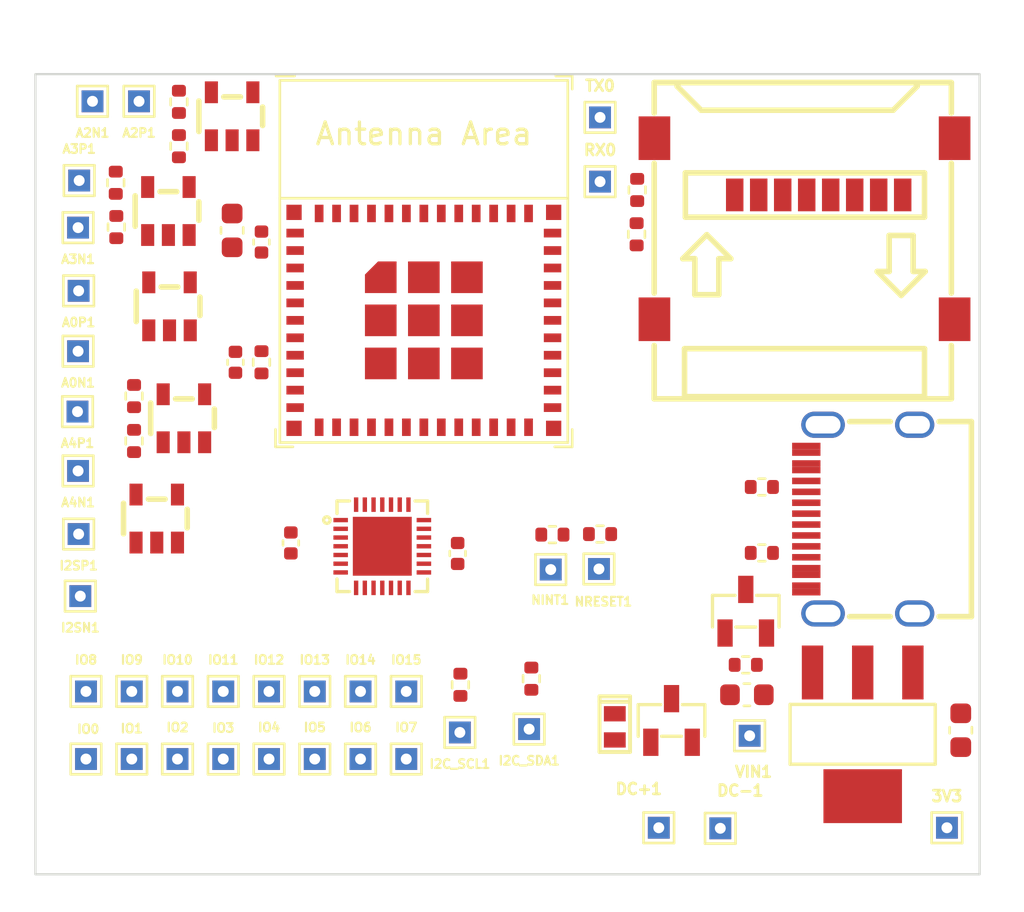
<source format=kicad_pcb>
(kicad_pcb (version 20211014) (generator pcbnew)
  (layers (0 "F.Cu" signal) (31 "B.Cu" signal) (34 "B.Paste" user) (35 "F.Paste" user) (36 "B.SilkS" user "B.Silkscreen") (37 "F.SilkS" user "F.Silkscreen") (38 "B.Mask" user) (39 "F.Mask" user) (44 "Edge.Cuts" user))
  (net 0 "")
  (net 1 "Net-(C1-Pad1)")
  (net 2 "GND")
  (net 3 "+3V3")
  (net 4 "Net-(R11-Pad2)")
  (net 5 "Net-(R12-Pad2)")
  (net 6 "Net-(R10-Pad2)")
  (net 7 "ADC1_CH0")
  (net 8 "ADC1_CH2")
  (net 9 "ADC1_CH3")
  (net 10 "ADC1_CH4")
  (net 11 "I2S")
  (net 12 "CS")
  (net 13 "DI")
  (net 14 "SCLK")
  (net 15 "DO")
  (net 16 "+5V")
  (net 17 "D+")
  (net 18 "D-")
  (net 26 "I2C_SCL")
  (net 36 "Net-(R2-Pad2)")
  (net 37 "Net-(R7-Pad2)")
  (net 38 "Net-(R1-Pad1)")
  (net 39 "Net-(C4-Pad1)")
  (net 40 "Net-(D1-Pad1)")
  (net 41 "Net-(RX0-Pad1)")
  (net 42 "Net-(TX0-Pad1)")
  (net 43 "Net-(R3-Pad1)")
  (net 44 "I2C_SDA")
  (net 45 "Net-(IO0-Pad1)")
  (net 46 "Net-(IO1-Pad1)")
  (net 47 "Net-(IO2-Pad1)")
  (net 48 "Net-(IO3-Pad1)")
  (net 49 "Net-(IO4-Pad1)")
  (net 50 "Net-(IO5-Pad1)")
  (net 51 "Net-(IO6-Pad1)")
  (net 52 "Net-(IO7-Pad1)")
  (net 53 "Net-(IO8-Pad1)")
  (net 54 "Net-(IO9-Pad1)")
  (net 55 "Net-(IO10-Pad1)")
  (net 56 "Net-(IO11-Pad1)")
  (net 57 "Net-(IO12-Pad1)")
  (net 58 "Net-(IO13-Pad1)")
  (net 59 "Net-(IO14-Pad1)")
  (net 60 "Net-(IO15-Pad1)")
  (net 61 "NRESET")
  (net 62 "NINT")
  (net 65 "Net-(A0P1-Pad1)")
  (net 66 "Net-(A2P1-Pad1)")
  (net 67 "Net-(A3P1-Pad1)")
  (net 68 "Net-(A4P1-Pad1)")
  (net 69 "Net-(I2SP1-Pad1)")
  (footprint "1_project_footprints:LM321MF" (layer "F.Cu") (at 107.873813 46.456944)
    (fp_text reference "U5" hide)
    (fp_text value "LM321MF" hide)
    (pad "1" smd rect (at -0.94996 6.180074) (size 0.599999 0.999998) (layers "F.Cu" "F.Paste" "F.Mask") (net 6 "Net-(R10-Pad2)"))
    (pad "2" smd rect (at 0 6.180074) (size 0.599999 0.999998) (layers "F.Cu" "F.Paste" "F.Mask") (net 2 "GND"))
    (pad "3" smd rect (at 0.94996 6.180074) (size 0.599999 0.999998) (layers "F.Cu" "F.Paste" "F.Mask") (net 8 "ADC1_CH2"))
    (pad "4" smd rect (at 0.94996 3.979926) (size 0.599999 0.999998) (layers "F.Cu" "F.Paste" "F.Mask") (net 8 "ADC1_CH2"))
    (pad "5" smd rect (at -0.94996 3.979926) (size 0.599999 0.999998) (layers "F.Cu" "F.Paste" "F.Mask") (net 3 "+3V3"))
  )
  (footprint "TestPoint:TestPoint_THTPad_1.0x1.0mm_Drill0.5mm" (layer "F.Cu") (at 111.662028 77.9018)
    (fp_text reference "IO13" (at 0 -1.448) (layer "F.SilkS") (effects (font (size 0.4 0.4) (thickness 0.1))))
    (fp_text value "TestPoint")
    (pad "1" thru_hole rect (at 0 0) (size 1 1) (drill 0.5) (layers *.Cu *.Mask) (net 58 "Net-(IO13-Pad1)"))
  )
  (footprint "TestPoint:TestPoint_THTPad_1.0x1.0mm_Drill0.5mm" (layer "F.Cu") (at 130.2512 84.1756)
    (fp_text reference "DC-1" (at 0.9144 -1.7272) (layer "F.SilkS") (effects (font (size 0.5 0.5) (thickness 0.125))))
    (fp_text value "TestPoint")
    (pad "1" thru_hole rect (at 0 0) (size 1 1) (drill 0.5) (layers *.Cu *.Mask) (net 2 "GND"))
  )
  (footprint "TestPoint:TestPoint_THTPad_1.0x1.0mm_Drill0.5mm" (layer "F.Cu") (at 127.4318 84.1502)
    (fp_text reference "DC+1" (at -0.9144 -1.778) (layer "F.SilkS") (effects (font (size 0.5 0.5) (thickness 0.125))))
    (fp_text value "TestPoint")
    (pad "1" thru_hole rect (at 0 0) (size 1 1) (drill 0.5) (layers *.Cu *.Mask) (net 40 "Net-(D1-Pad1)"))
  )
  (footprint "Resistor_SMD:R_0402_1005Metric" (layer "F.Cu") (at 109.22 62.8142 90)
    (fp_text reference "R4" hide)
    (fp_text value "10k")
    (pad "1" smd roundrect (at -0.51 0 90) (size 0.54 0.64) (layers "F.Cu" "F.Paste" "F.Mask") (net 3 "+3V3"))
    (pad "2" smd roundrect (at 0.51 0 90) (size 0.54 0.64) (layers "F.Cu" "F.Paste" "F.Mask") (net 1 "Net-(C1-Pad1)"))
  )
  (footprint "Capacitor_SMD:C_0402_1005Metric" (layer "F.Cu") (at 108.0262 62.8142 -90)
    (fp_text reference "C1" hide)
    (fp_text value "1uF")
    (pad "1" smd roundrect (at -0.48 0 270) (size 0.56 0.62) (layers "F.Cu" "F.Paste" "F.Mask") (net 1 "Net-(C1-Pad1)"))
    (pad "2" smd roundrect (at 0.48 0 270) (size 0.56 0.62) (layers "F.Cu" "F.Paste" "F.Mask") (net 2 "GND"))
  )
  (footprint "TestPoint:TestPoint_THTPad_1.0x1.0mm_Drill0.5mm" (layer "F.Cu") (at 107.4674 77.9018)
    (fp_text reference "IO11" (at 0 -1.448) (layer "F.SilkS") (effects (font (size 0.4 0.4) (thickness 0.1))))
    (fp_text value "TestPoint")
    (pad "1" thru_hole rect (at 0 0) (size 1 1) (drill 0.5) (layers *.Cu *.Mask) (net 56 "Net-(IO11-Pad1)"))
  )
  (footprint "TestPoint:TestPoint_THTPad_1.0x1.0mm_Drill0.5mm" (layer "F.Cu") (at 111.662028 81.0006)
    (fp_text reference "IO5" (at 0 -1.448) (layer "F.SilkS") (effects (font (size 0.4 0.4) (thickness 0.1))))
    (fp_text value "TestPoint")
    (pad "1" thru_hole rect (at 0 0) (size 1 1) (drill 0.5) (layers *.Cu *.Mask) (net 50 "Net-(IO5-Pad1)"))
  )
  (footprint "1_project_footprints:LM321MF" (layer "F.Cu") (at 105.003613 55.169144)
    (fp_text reference "U4" hide)
    (fp_text value "LM321MF" hide)
    (pad "1" smd rect (at -0.94996 6.180074) (size 0.599999 0.999998) (layers "F.Cu" "F.Paste" "F.Mask") (net 65 "Net-(A0P1-Pad1)"))
    (pad "2" smd rect (at 0 6.180074) (size 0.599999 0.999998) (layers "F.Cu" "F.Paste" "F.Mask") (net 2 "GND"))
    (pad "3" smd rect (at 0.94996 6.180074) (size 0.599999 0.999998) (layers "F.Cu" "F.Paste" "F.Mask") (net 7 "ADC1_CH0"))
    (pad "4" smd rect (at 0.94996 3.979926) (size 0.599999 0.999998) (layers "F.Cu" "F.Paste" "F.Mask") (net 7 "ADC1_CH0"))
    (pad "5" smd rect (at -0.94996 3.979926) (size 0.599999 0.999998) (layers "F.Cu" "F.Paste" "F.Mask") (net 3 "+3V3"))
  )
  (footprint "Resistor_SMD:R_0402_1005Metric" (layer "F.Cu") (at 132.1562 71.5518)
    (fp_text reference "R2" hide)
    (fp_text value "5.1k")
    (pad "1" smd roundrect (at -0.51 0) (size 0.54 0.64) (layers "F.Cu" "F.Paste" "F.Mask") (net 2 "GND"))
    (pad "2" smd roundrect (at 0.51 0) (size 0.54 0.64) (layers "F.Cu" "F.Paste" "F.Mask") (net 36 "Net-(R2-Pad2)"))
  )
  (footprint "TestPoint:TestPoint_THTPad_1.0x1.0mm_Drill0.5mm" (layer "F.Cu") (at 131.5974 79.9338)
    (fp_text reference "VIN1" (at 0.1778 1.651) (layer "F.SilkS") (effects (font (size 0.5 0.5) (thickness 0.125))))
    (fp_text value "TestPoint")
    (pad "1" thru_hole rect (at 0 0) (size 1 1) (drill 0.5) (layers *.Cu *.Mask) (net 39 "Net-(C4-Pad1)"))
  )
  (footprint "Capacitor_SMD:C_0603_1608Metric" (layer "F.Cu") (at 107.8738 56.769 90)
    (fp_text reference "C2" hide)
    (fp_text value "10uF")
    (pad "1" smd roundrect (at -0.775 0 90) (size 0.9 0.95) (layers "F.Cu" "F.Paste" "F.Mask") (net 3 "+3V3"))
    (pad "2" smd roundrect (at 0.775 0 90) (size 0.9 0.95) (layers "F.Cu" "F.Paste" "F.Mask") (net 2 "GND"))
  )
  (footprint "1_project_footprints:LM321MF" (layer "F.Cu") (at 104.419413 64.897344)
    (fp_text reference "U8" hide)
    (fp_text value "LM321MF" hide)
    (pad "1" smd rect (at -0.94996 6.180074) (size 0.599999 0.999998) (layers "F.Cu" "F.Paste" "F.Mask") (net 69 "Net-(I2SP1-Pad1)"))
    (pad "2" smd rect (at 0 6.180074) (size 0.599999 0.999998) (layers "F.Cu" "F.Paste" "F.Mask") (net 2 "GND"))
    (pad "3" smd rect (at 0.94996 6.180074) (size 0.599999 0.999998) (layers "F.Cu" "F.Paste" "F.Mask") (net 11 "I2S"))
    (pad "4" smd rect (at 0.94996 3.979926) (size 0.599999 0.999998) (layers "F.Cu" "F.Paste" "F.Mask") (net 11 "I2S"))
    (pad "5" smd rect (at -0.94996 3.979926) (size 0.599999 0.999998) (layers "F.Cu" "F.Paste" "F.Mask") (net 3 "+3V3"))
  )
  (footprint "Resistor_SMD:R_0402_1005Metric" (layer "F.Cu") (at 126.4158 56.9468 90)
    (fp_text reference "R1" hide)
    (fp_text value "10k")
    (pad "1" smd roundrect (at -0.51 0 90) (size 0.54 0.64) (layers "F.Cu" "F.Paste" "F.Mask") (net 38 "Net-(R1-Pad1)"))
    (pad "2" smd roundrect (at 0.51 0 90) (size 0.54 0.64) (layers "F.Cu" "F.Paste" "F.Mask") (net 3 "+3V3"))
  )
  (footprint "TestPoint:TestPoint_THTPad_1.0x1.0mm_Drill0.5mm" (layer "F.Cu") (at 115.856658 77.9018)
    (fp_text reference "IO15" (at 0 -1.448) (layer "F.SilkS") (effects (font (size 0.4 0.4) (thickness 0.1))))
    (fp_text value "TestPoint")
    (pad "1" thru_hole rect (at 0 0) (size 1 1) (drill 0.5) (layers *.Cu *.Mask) (net 60 "Net-(IO15-Pad1)"))
  )
  (footprint "1_project_footprints:472192001" (layer "F.Cu") (at 134.112 69.391994 180)
    (fp_text reference "SD1" hide)
    (fp_text value "472192001" hide)
    (pad "1" smd rect (at 3.200019 14.249781 180) (size 0.799998 1.499997) (layers "F.Cu" "F.Paste" "F.Mask") (net 38 "Net-(R1-Pad1)"))
    (pad "2" smd rect (at 2.099945 14.249781 180) (size 0.799998 1.499997) (layers "F.Cu" "F.Paste" "F.Mask") (net 12 "CS"))
    (pad "3" smd rect (at 0.999871 14.249781 180) (size 0.799998 1.499997) (layers "F.Cu" "F.Paste" "F.Mask") (net 13 "DI"))
    (pad "4" smd rect (at -0.099949 14.249781 180) (size 0.799998 1.499997) (layers "F.Cu" "F.Paste" "F.Mask") (net 3 "+3V3"))
    (pad "5" smd rect (at -1.200023 14.249781 180) (size 0.799998 1.499997) (layers "F.Cu" "F.Paste" "F.Mask") (net 14 "SCLK"))
    (pad "6" smd rect (at -2.300097 14.249781 180) (size 0.799998 1.499997) (layers "F.Cu" "F.Paste" "F.Mask") (net 2 "GND"))
    (pad "7" smd rect (at -3.399917 14.249781 180) (size 0.799998 1.499997) (layers "F.Cu" "F.Paste" "F.Mask") (net 15 "DO"))
    (pad "8" smd rect (at -4.499991 14.249781 180) (size 0.799998 1.499997) (layers "F.Cu" "F.Paste" "F.Mask") (net 43 "Net-(R3-Pad1)"))
    (pad "9" smd rect (at 6.879971 8.550021 180) (size 1.45001 1.999996) (layers "F.Cu" "F.Paste" "F.Mask") (net 2 "GND"))
    (pad "10" smd rect (at -6.879971 8.550021 180) (size 1.45001 1.999996) (layers "F.Cu" "F.Paste" "F.Mask") (net 2 "GND"))
    (pad "11" smd rect (at -6.879971 16.849979 180) (size 1.45001 1.999996) (layers "F.Cu" "F.Paste" "F.Mask") (net 2 "GND"))
    (pad "12" smd rect (at 6.879971 16.849979 180) (size 1.45001 1.999996) (layers "F.Cu" "F.Paste" "F.Mask") (net 2 "GND"))
  )
  (footprint "Resistor_SMD:R_0402_1005Metric" (layer "F.Cu") (at 103.378 64.3636 -90)
    (fp_text reference "R12" hide)
    (fp_text value "7.5k")
    (pad "1" smd roundrect (at -0.51 0 270) (size 0.54 0.64) (layers "F.Cu" "F.Paste" "F.Mask") (net 68 "Net-(A4P1-Pad1)"))
    (pad "2" smd roundrect (at 0.51 0 270) (size 0.54 0.64) (layers "F.Cu" "F.Paste" "F.Mask") (net 5 "Net-(R12-Pad2)"))
  )
  (footprint "TestPoint:TestPoint_THTPad_1.0x1.0mm_Drill0.5mm" (layer "F.Cu") (at 101.473 50.8508 180)
    (fp_text reference "A2N1" (at 0 -1.448) (layer "F.SilkS") (effects (font (size 0.4 0.4) (thickness 0.1))))
    (fp_text value "TestPoint")
    (pad "1" thru_hole rect (at 0 0 180) (size 1 1) (drill 0.5) (layers *.Cu *.Mask) (net 2 "GND"))
  )
  (footprint "Resistor_SMD:R_0402_1005Metric" (layer "F.Cu") (at 103.378 66.421 -90)
    (fp_text reference "R6" hide)
    (fp_text value "1k")
    (pad "1" smd roundrect (at -0.51 0 270) (size 0.54 0.64) (layers "F.Cu" "F.Paste" "F.Mask") (net 5 "Net-(R12-Pad2)"))
    (pad "2" smd roundrect (at 0.51 0 270) (size 0.54 0.64) (layers "F.Cu" "F.Paste" "F.Mask") (net 2 "GND"))
  )
  (footprint "TestPoint:TestPoint_THTPad_1.0x1.0mm_Drill0.5mm" (layer "F.Cu") (at 100.8126 56.642 180)
    (fp_text reference "A3N1" (at 0 -1.448) (layer "F.SilkS") (effects (font (size 0.4 0.4) (thickness 0.1))))
    (fp_text value "TestPoint")
    (pad "1" thru_hole rect (at 0 0 180) (size 1 1) (drill 0.5) (layers *.Cu *.Mask) (net 2 "GND"))
  )
  (footprint "TestPoint:TestPoint_THTPad_1.0x1.0mm_Drill0.5mm" (layer "F.Cu") (at 124.7394 51.5874)
    (fp_text reference "TX0" (at 0 -1.448) (layer "F.SilkS") (effects (font (size 0.5 0.5) (thickness 0.125))))
    (fp_text value "TestPoint")
    (pad "1" thru_hole rect (at 0 0) (size 1 1) (drill 0.5) (layers *.Cu *.Mask) (net 42 "Net-(TX0-Pad1)"))
  )
  (footprint "TestPoint:TestPoint_THTPad_1.0x1.0mm_Drill0.5mm" (layer "F.Cu") (at 101.175458 81.0006 180)
    (fp_text reference "IO0" (at -0.1016 1.3716) (layer "F.SilkS") (effects (font (size 0.4 0.4) (thickness 0.1))))
    (fp_text value "TestPoint")
    (pad "1" thru_hole rect (at 0 0 180) (size 1 1) (drill 0.5) (layers *.Cu *.Mask) (net 45 "Net-(IO0-Pad1)"))
  )
  (footprint "TestPoint:TestPoint_THTPad_1.0x1.0mm_Drill0.5mm" (layer "F.Cu") (at 118.3132 79.7814 180)
    (fp_text reference "I2C_SCL1" (at 0 -1.448) (layer "F.SilkS") (effects (font (size 0.4 0.4) (thickness 0.1))))
    (fp_text value "TestPoint")
    (pad "1" thru_hole rect (at 0 0 180) (size 1 1) (drill 0.5) (layers *.Cu *.Mask) (net 26 "I2C_SCL"))
  )
  (footprint "Resistor_SMD:R_0402_1005Metric" (layer "F.Cu") (at 121.5898 77.3176 90)
    (fp_text reference "R16" hide)
    (fp_text value "4.7k")
    (pad "1" smd roundrect (at -0.51 0 90) (size 0.54 0.64) (layers "F.Cu" "F.Paste" "F.Mask") (net 44 "I2C_SDA"))
    (pad "2" smd roundrect (at 0.51 0 90) (size 0.54 0.64) (layers "F.Cu" "F.Paste" "F.Mask") (net 3 "+3V3"))
  )
  (footprint "TestPoint:TestPoint_THTPad_1.0x1.0mm_Drill0.5mm" (layer "F.Cu") (at 103.272772 81.0006 90)
    (fp_text reference "IO1" (at 1.397 -0.003628) (layer "F.SilkS") (effects (font (size 0.4 0.4) (thickness 0.1))))
    (fp_text value "TestPoint")
    (pad "1" thru_hole rect (at 0 0 90) (size 1 1) (drill 0.5) (layers *.Cu *.Mask) (net 46 "Net-(IO1-Pad1)"))
  )
  (footprint "Resistor_SMD:R_0402_1005Metric" (layer "F.Cu") (at 102.5652 56.6166 -90)
    (fp_text reference "R5" hide)
    (fp_text value "1k")
    (pad "1" smd roundrect (at -0.51 0 270) (size 0.54 0.64) (layers "F.Cu" "F.Paste" "F.Mask") (net 4 "Net-(R11-Pad2)"))
    (pad "2" smd roundrect (at 0.51 0 270) (size 0.54 0.64) (layers "F.Cu" "F.Paste" "F.Mask") (net 2 "GND"))
  )
  (footprint "TestPoint:TestPoint_THTPad_1.0x1.0mm_Drill0.5mm" (layer "F.Cu") (at 100.8126 62.3062 180)
    (fp_text reference "A0N1" (at 0 -1.448) (layer "F.SilkS") (effects (font (size 0.4 0.4) (thickness 0.1))))
    (fp_text value "TestPoint")
    (pad "1" thru_hole rect (at 0 0 180) (size 1 1) (drill 0.5) (layers *.Cu *.Mask) (net 2 "GND"))
  )
  (footprint "1_espressif:ESP32-C3-MINI-1" (layer "F.Cu") (at 116.6622 58.1914)
    (fp_text reference "U1" hide)
    (fp_text value "ESP32-C3-MINI-1")
    (fp_text user "Antenna Area" (at 0 -5.85) (layer "F.SilkS"))
    (pad "1" smd rect (at -5.9 -1.3 90) (size 0.4 0.8) (layers "F.Cu" "F.Paste" "F.Mask") (net 2 "GND"))
    (pad "2" smd rect (at -5.9 -0.5 90) (size 0.4 0.8) (layers "F.Cu" "F.Paste" "F.Mask") (net 2 "GND"))
    (pad "3" smd rect (at -5.9 0.3 90) (size 0.4 0.8) (layers "F.Cu" "F.Paste" "F.Mask") (net 3 "+3V3"))
    (pad "4" smd rect (at -5.9 1.1 90) (size 0.4 0.8) (layers "F.Cu" "F.Paste" "F.Mask"))
    (pad "5" smd rect (at -5.9 1.9 90) (size 0.4 0.8) (layers "F.Cu" "F.Paste" "F.Mask") (net 8 "ADC1_CH2"))
    (pad "6" smd rect (at -5.9 2.7 90) (size 0.4 0.8) (layers "F.Cu" "F.Paste" "F.Mask") (net 9 "ADC1_CH3"))
    (pad "7" smd rect (at -5.9 3.5 90) (size 0.4 0.8) (layers "F.Cu" "F.Paste" "F.Mask"))
    (pad "8" smd rect (at -5.9 4.3 90) (size 0.4 0.8) (layers "F.Cu" "F.Paste" "F.Mask") (net 1 "Net-(C1-Pad1)"))
    (pad "9" smd rect (at -5.9 5.1 90) (size 0.4 0.8) (layers "F.Cu" "F.Paste" "F.Mask"))
    (pad "10" smd rect (at -5.9 5.9 90) (size 0.4 0.8) (layers "F.Cu" "F.Paste" "F.Mask"))
    (pad "11" smd rect (at -5.9 6.7 90) (size 0.4 0.8) (layers "F.Cu" "F.Paste" "F.Mask") (net 2 "GND"))
    (pad "12" smd rect (at -4.8 7.6) (size 0.4 0.8) (layers "F.Cu" "F.Paste" "F.Mask") (net 7 "ADC1_CH0"))
    (pad "13" smd rect (at -4 7.6) (size 0.4 0.8) (layers "F.Cu" "F.Paste" "F.Mask") (net 44 "I2C_SDA"))
    (pad "14" smd rect (at -3.2 7.6) (size 0.4 0.8) (layers "F.Cu" "F.Paste" "F.Mask") (net 2 "GND"))
    (pad "15" smd rect (at -2.4 7.6) (size 0.4 0.8) (layers "F.Cu" "F.Paste" "F.Mask"))
    (pad "16" smd rect (at -1.6 7.6) (size 0.4 0.8) (layers "F.Cu" "F.Paste" "F.Mask") (net 26 "I2C_SCL"))
    (pad "17" smd rect (at -0.8 7.6) (size 0.4 0.8) (layers "F.Cu" "F.Paste" "F.Mask"))
    (pad "18" smd rect (at 0 7.6) (size 0.4 0.8) (layers "F.Cu" "F.Paste" "F.Mask") (net 10 "ADC1_CH4"))
    (pad "19" smd rect (at 0.8 7.6) (size 0.4 0.8) (layers "F.Cu" "F.Paste" "F.Mask") (net 11 "I2S"))
    (pad "20" smd rect (at 1.6 7.6) (size 0.4 0.8) (layers "F.Cu" "F.Paste" "F.Mask") (net 12 "CS"))
    (pad "21" smd rect (at 2.4 7.6) (size 0.4 0.8) (layers "F.Cu" "F.Paste" "F.Mask") (net 13 "DI"))
    (pad "22" smd rect (at 3.2 7.6) (size 0.4 0.8) (layers "F.Cu" "F.Paste" "F.Mask") (net 14 "SCLK"))
    (pad "23" smd rect (at 4 7.6) (size 0.4 0.8) (layers "F.Cu" "F.Paste" "F.Mask") (net 15 "DO"))
    (pad "24" smd rect (at 4.8 7.6) (size 0.4 0.8) (layers "F.Cu" "F.Paste" "F.Mask"))
    (pad "25" smd rect (at 5.9 6.7 90) (size 0.4 0.8) (layers "F.Cu" "F.Paste" "F.Mask"))
    (pad "26" smd rect (at 5.9 5.9 90) (size 0.4 0.8) (layers "F.Cu" "F.Paste" "F.Mask") (net 18 "D-"))
    (pad "27" smd rect (at 5.9 5.1 90) (size 0.4 0.8) (layers "F.Cu" "F.Paste" "F.Mask") (net 17 "D+"))
    (pad "28" smd rect (at 5.9 4.3 90) (size 0.4 0.8) (layers "F.Cu" "F.Paste" "F.Mask"))
    (pad "29" smd rect (at 5.9 3.5 90) (size 0.4 0.8) (layers "F.Cu" "F.Paste" "F.Mask"))
    (pad "30" smd rect (at 5.9 2.7 90) (size 0.4 0.8) (layers "F.Cu" "F.Paste" "F.Mask") (net 41 "Net-(RX0-Pad1)"))
    (pad "31" smd rect (at 5.9 1.9 90) (size 0.4 0.8) (layers "F.Cu" "F.Paste" "F.Mask") (net 42 "Net-(TX0-Pad1)"))
    (pad "32" smd rect (at 5.9 1.1 90) (size 0.4 0.8) (layers "F.Cu" "F.Paste" "F.Mask"))
    (pad "33" smd rect (at 5.9 0.3 90) (size 0.4 0.8) (layers "F.Cu" "F.Paste" "F.Mask"))
    (pad "34" smd rect (at 5.9 -0.5 90) (size 0.4 0.8) (layers "F.Cu" "F.Paste" "F.Mask"))
    (pad "35" smd rect (at 5.9 -1.3 90) (size 0.4 0.8) (layers "F.Cu" "F.Paste" "F.Mask"))
    (pad "36" smd rect (at 4.8 -2.2) (size 0.4 0.8) (layers "F.Cu" "F.Paste" "F.Mask") (net 2 "GND"))
    (pad "37" smd rect (at 4 -2.2) (size 0.4 0.8) (layers "F.Cu" "F.Paste" "F.Mask") (net 2 "GND"))
    (pad "38" smd rect (at 3.2 -2.2) (size 0.4 0.8) (layers "F.Cu" "F.Paste" "F.Mask") (net 2 "GND"))
    (pad "39" smd rect (at 2.4 -2.2) (size 0.4 0.8) (layers "F.Cu" "F.Paste" "F.Mask") (net 2 "GND"))
    (pad "40" smd rect (at 1.6 -2.2) (size 0.4 0.8) (layers "F.Cu" "F.Paste" "F.Mask") (net 2 "GND"))
    (pad "41" smd rect (at 0.8 -2.2) (size 0.4 0.8) (layers "F.Cu" "F.Paste" "F.Mask") (net 2 "GND"))
    (pad "42" smd rect (at 0 -2.2) (size 0.4 0.8) (layers "F.Cu" "F.Paste" "F.Mask") (net 2 "GND"))
    (pad "43" smd rect (at -0.8 -2.2) (size 0.4 0.8) (layers "F.Cu" "F.Paste" "F.Mask") (net 2 "GND"))
    (pad "44" smd rect (at -1.6 -2.2) (size 0.4 0.8) (layers "F.Cu" "F.Paste" "F.Mask") (net 2 "GND"))
    (pad "45" smd rect (at -2.4 -2.2) (size 0.4 0.8) (layers "F.Cu" "F.Paste" "F.Mask") (net 2 "GND"))
    (pad "46" smd rect (at -3.2 -2.2) (size 0.4 0.8) (layers "F.Cu" "F.Paste" "F.Mask") (net 2 "GND"))
    (pad "47" smd rect (at -4 -2.2) (size 0.4 0.8) (layers "F.Cu" "F.Paste" "F.Mask") (net 2 "GND"))
    (pad "48" smd rect (at -4.8 -2.2) (size 0.4 0.8) (layers "F.Cu" "F.Paste" "F.Mask") (net 2 "GND"))
    (pad "49" smd rect (at 1.975 0.725 90) (size 1.45 1.45) (layers "F.Cu" "F.Paste" "F.Mask") (net 2 "GND"))
    (pad "49" smd rect (at 0 4.675 90) (size 1.45 1.45) (layers "F.Cu" "F.Paste" "F.Mask") (net 2 "GND"))
    (pad "49" smd rect (at 0 0.725 90) (size 1.45 1.45) (layers "F.Cu" "F.Paste" "F.Mask") (net 2 "GND"))
    (pad "49" smd rect (at 1.975 2.7 90) (size 1.45 1.45) (layers "F.Cu" "F.Paste" "F.Mask") (net 2 "GND"))
    (pad "49" smd rect (at -1.975 4.675 90) (size 1.45 1.45) (layers "F.Cu" "F.Paste" "F.Mask") (net 2 "GND"))
    (pad "49" smd custom (at -1.975 0.725) (size 0.8 0.8) (layers "F.Cu" "F.Paste" "F.Mask") (net 2 "GND") (options (clearance outline) (anchor rect)) (primitives (gr_poly (pts (xy 0.725 0.725) (xy -0.725 0.725) (xy -0.725 -0.125) (xy -0.125 -0.725) (xy 0.725 -0.725)) (width 0) (fill yes))))
    (pad "49" smd rect (at 1.975 4.675 90) (size 1.45 1.45) (layers "F.Cu" "F.Paste" "F.Mask") (net 2 "GND"))
    (pad "49" smd rect (at -1.975 2.7 90) (size 1.45 1.45) (layers "F.Cu" "F.Paste" "F.Mask") (net 2 "GND"))
    (pad "49" smd rect (at 0 2.7 90) (size 1.45 1.45) (layers "F.Cu" "F.Paste" "F.Mask") (net 2 "GND"))
    (pad "50" smd rect (at 5.95 -2.25 90) (size 0.7 0.7) (layers "F.Cu" "F.Paste" "F.Mask") (net 2 "GND"))
    (pad "51" smd rect (at 5.95 7.65 90) (size 0.7 0.7) (layers "F.Cu" "F.Paste" "F.Mask") (net 2 "GND"))
    (pad "52" smd rect (at -5.95 7.65 90) (size 0.7 0.7) (layers "F.Cu" "F.Paste" "F.Mask") (net 2 "GND"))
    (pad "53" smd rect (at -5.95 -2.25 90) (size 0.7 0.7) (layers "F.Cu" "F.Paste" "F.Mask") (net 2 "GND"))
  )
  (footprint "TestPoint:TestPoint_THTPad_1.0x1.0mm_Drill0.5mm" (layer "F.Cu") (at 140.6398 84.1502)
    (fp_text reference "3V3" (at 0 -1.448) (layer "F.SilkS") (effects (font (size 0.5 0.5) (thickness 0.125))))
    (fp_text value "TestPoint")
    (pad "1" thru_hole rect (at 0 0) (size 1 1) (drill 0.5) (layers *.Cu *.Mask) (net 3 "+3V3"))
  )
  (footprint "Resistor_SMD:R_0402_1005Metric" (layer "F.Cu") (at 102.5398 54.5846 -90)
    (fp_text reference "R11" hide)
    (fp_text value "3.92k")
    (pad "1" smd roundrect (at -0.51 0 270) (size 0.54 0.64) (layers "F.Cu" "F.Paste" "F.Mask") (net 67 "Net-(A3P1-Pad1)"))
    (pad "2" smd roundrect (at 0.51 0 270) (size 0.54 0.64) (layers "F.Cu" "F.Paste" "F.Mask") (net 4 "Net-(R11-Pad2)"))
  )
  (footprint "TestPoint:TestPoint_THTPad_1.0x1.0mm_Drill0.5mm" (layer "F.Cu") (at 113.759342 81.0006)
    (fp_text reference "IO6" (at 0 -1.448) (layer "F.SilkS") (effects (font (size 0.4 0.4) (thickness 0.1))))
    (fp_text value "TestPoint")
    (pad "1" thru_hole rect (at 0 0) (size 1 1) (drill 0.5) (layers *.Cu *.Mask) (net 51 "Net-(IO6-Pad1)"))
  )
  (footprint "TestPoint:TestPoint_THTPad_1.0x1.0mm_Drill0.5mm" (layer "F.Cu") (at 107.4674 81.0006 180)
    (fp_text reference "IO3" (at 0 1.4224) (layer "F.SilkS") (effects (font (size 0.4 0.4) (thickness 0.1))))
    (fp_text value "TestPoint")
    (pad "1" thru_hole rect (at 0 0 180) (size 1 1) (drill 0.5) (layers *.Cu *.Mask) (net 48 "Net-(IO3-Pad1)"))
  )
  (footprint "Capacitor_SMD:C_0603_1608Metric" (layer "F.Cu") (at 141.2748 79.6798 90)
    (fp_text reference "C5" hide)
    (fp_text value "10uF")
    (pad "1" smd roundrect (at -0.775 0 90) (size 0.9 0.95) (layers "F.Cu" "F.Paste" "F.Mask") (net 3 "+3V3"))
    (pad "2" smd roundrect (at 0.775 0 90) (size 0.9 0.95) (layers "F.Cu" "F.Paste" "F.Mask") (net 2 "GND"))
  )
  (footprint "Resistor_SMD:R_0402_1005Metric" (layer "F.Cu") (at 105.4354 50.8762 -90)
    (fp_text reference "R10" hide)
    (fp_text value "1.6k")
    (pad "1" smd roundrect (at -0.51 0 270) (size 0.54 0.64) (layers "F.Cu" "F.Paste" "F.Mask") (net 66 "Net-(A2P1-Pad1)"))
    (pad "2" smd roundrect (at 0.51 0 270) (size 0.54 0.64) (layers "F.Cu" "F.Paste" "F.Mask") (net 6 "Net-(R10-Pad2)"))
  )
  (footprint "1_project_footprints:SOT-23" (layer "F.Cu") (at 128.016 74.151998)
    (fp_text reference "U9" hide)
    (fp_text value "A03401A" hide)
    (pad "1" smd rect (at -0.94996 6.079998 270) (size 1.25001 0.699999) (layers "F.Cu" "F.Paste" "F.Mask") (net 2 "GND"))
    (pad "2" smd rect (at 0.94996 6.079998 270) (size 1.25001 0.699999) (layers "F.Cu" "F.Paste" "F.Mask") (net 39 "Net-(C4-Pad1)"))
    (pad "3" smd rect (at 0 4.080002 270) (size 1.25001 0.699999) (layers "F.Cu" "F.Paste" "F.Mask") (net 40 "Net-(D1-Pad1)"))
  )
  (footprint "TestPoint:TestPoint_THTPad_1.0x1.0mm_Drill0.5mm" (layer "F.Cu") (at 100.8634 54.483)
    (fp_text reference "A3P1" (at 0 -1.448) (layer "F.SilkS") (effects (font (size 0.4 0.4) (thickness 0.1))))
    (fp_text value "TestPoint")
    (pad "1" thru_hole rect (at 0 0) (size 1 1) (drill 0.5) (layers *.Cu *.Mask) (net 67 "Net-(A3P1-Pad1)"))
  )
  (footprint "Resistor_SMD:R_0402_1005Metric" (layer "F.Cu") (at 122.555 70.7136)
    (fp_text reference "R15" hide)
    (fp_text value "10k")
    (pad "1" smd roundrect (at -0.51 0) (size 0.54 0.64) (layers "F.Cu" "F.Paste" "F.Mask") (net 62 "NINT"))
    (pad "2" smd roundrect (at 0.51 0) (size 0.54 0.64) (layers "F.Cu" "F.Paste" "F.Mask") (net 3 "+3V3"))
  )
  (footprint "1_project_footprints:LM321MF" (layer "F.Cu") (at 104.952813 50.800344)
    (fp_text reference "U6" hide)
    (fp_text value "LM321MF" hide)
    (pad "1" smd rect (at -0.94996 6.180074) (size 0.599999 0.999998) (layers "F.Cu" "F.Paste" "F.Mask") (net 4 "Net-(R11-Pad2)"))
    (pad "2" smd rect (at 0 6.180074) (size 0.599999 0.999998) (layers "F.Cu" "F.Paste" "F.Mask") (net 2 "GND"))
    (pad "3" smd rect (at 0.94996 6.180074) (size 0.599999 0.999998) (layers "F.Cu" "F.Paste" "F.Mask") (net 9 "ADC1_CH3"))
    (pad "4" smd rect (at 0.94996 3.979926) (size 0.599999 0.999998) (layers "F.Cu" "F.Paste" "F.Mask") (net 9 "ADC1_CH3"))
    (pad "5" smd rect (at -0.94996 3.979926) (size 0.599999 0.999998) (layers "F.Cu" "F.Paste" "F.Mask") (net 3 "+3V3"))
  )
  (footprint "Resistor_SMD:R_0402_1005Metric" (layer "F.Cu") (at 118.3386 77.597 90)
    (fp_text reference "R8" hide)
    (fp_text value "4.7k")
    (pad "1" smd roundrect (at -0.51 0 90) (size 0.54 0.64) (layers "F.Cu" "F.Paste" "F.Mask") (net 26 "I2C_SCL"))
    (pad "2" smd roundrect (at 0.51 0 90) (size 0.54 0.64) (layers "F.Cu" "F.Paste" "F.Mask") (net 3 "+3V3"))
  )
  (footprint "1_project_footprints:DFN1610" (layer "F.Cu") (at 130.495249 79.4004 -90)
    (fp_text reference "D1" hide)
    (fp_text value "LTVS16H5.0T5G" hide)
    (pad "1" smd rect (at -0.474954 5.08) (size 0.999998 0.699999) (layers "F.Cu" "F.Paste" "F.Mask") (net 40 "Net-(D1-Pad1)"))
    (pad "2" smd rect (at 0.724942 5.08) (size 0.999998 0.699999) (layers "F.Cu" "F.Paste" "F.Mask") (net 2 "GND"))
  )
  (footprint "TestPoint:TestPoint_THTPad_1.0x1.0mm_Drill0.5mm" (layer "F.Cu") (at 100.7872 65.0748 180)
    (fp_text reference "A4P1" (at 0 -1.448) (layer "F.SilkS") (effects (font (size 0.4 0.4) (thickness 0.1))))
    (fp_text value "TestPoint")
    (pad "1" thru_hole rect (at 0 0 180) (size 1 1) (drill 0.5) (layers *.Cu *.Mask) (net 68 "Net-(A4P1-Pad1)"))
  )
  (footprint "TestPoint:TestPoint_THTPad_1.0x1.0mm_Drill0.5mm" (layer "F.Cu") (at 124.7394 54.5338)
    (fp_text reference "RX0" (at 0 -1.448) (layer "F.SilkS") (effects (font (size 0.5 0.5) (thickness 0.125))))
    (fp_text value "TestPoint")
    (pad "1" thru_hole rect (at 0 0) (size 1 1) (drill 0.5) (layers *.Cu *.Mask) (net 41 "Net-(RX0-Pad1)"))
  )
  (footprint "TestPoint:TestPoint_THTPad_1.0x1.0mm_Drill0.5mm" (layer "F.Cu") (at 100.8126 67.7926 180)
    (fp_text reference "A4N1" (at 0 -1.448) (layer "F.SilkS") (effects (font (size 0.4 0.4) (thickness 0.1))))
    (fp_text value "TestPoint")
    (pad "1" thru_hole rect (at 0 0 180) (size 1 1) (drill 0.5) (layers *.Cu *.Mask) (net 2 "GND"))
  )
  (footprint "1_project_footprints:LM321MF" (layer "F.Cu") (at 105.664013 60.299944)
    (fp_text reference "U7" hide)
    (fp_text value "LM321MF" hide)
    (pad "1" smd rect (at -0.94996 6.180074) (size 0.599999 0.999998) (layers "F.Cu" "F.Paste" "F.Mask") (net 5 "Net-(R12-Pad2)"))
    (pad "2" smd rect (at 0 6.180074) (size 0.599999 0.999998) (layers "F.Cu" "F.Paste" "F.Mask") (net 2 "GND"))
    (pad "3" smd rect (at 0.94996 6.180074) (size 0.599999 0.999998) (layers "F.Cu" "F.Paste" "F.Mask") (net 10 "ADC1_CH4"))
    (pad "4" smd rect (at 0.94996 3.979926) (size 0.599999 0.999998) (layers "F.Cu" "F.Paste" "F.Mask") (net 10 "ADC1_CH4"))
    (pad "5" smd rect (at -0.94996 3.979926) (size 0.599999 0.999998) (layers "F.Cu" "F.Paste" "F.Mask") (net 3 "+3V3"))
  )
  (footprint "1_project_footprints:SOT-223-4" (layer "F.Cu") (at 136.779 87.782394 180)
    (fp_text reference "U2" hide)
    (fp_text value "AZ1117IH-3.3TRG1" hide)
    (pad "1" smd rect (at -2.29997 10.749788 90) (size 2.469998 0.980008) (layers "F.Cu" "F.Paste" "F.Mask") (net 2 "GND"))
    (pad "2" smd rect (at 0 10.749788 90) (size 2.469998 0.980008) (layers "F.Cu" "F.Paste" "F.Mask") (net 3 "+3V3"))
    (pad "3" smd rect (at 2.29997 10.749788 90) (size 2.469998 0.980008) (layers "F.Cu" "F.Paste" "F.Mask") (net 39 "Net-(C4-Pad1)"))
    (pad "4" smd rect (at 0 5.08 90) (size 2.469998 3.599993) (layers "F.Cu" "F.Paste" "F.Mask") (net 3 "+3V3"))
  )
  (footprint "1_project_footprints:QFN-28-EP(4x4)" (layer "F.Cu") (at 119.61923 71.247 -90)
    (fp_text reference "U11" hide)
    (fp_text value "SX1509BIULTRT" hide)
    (pad "1" smd rect (at -1.199896 6.76957 270) (size 0.2 0.664997) (layers "F.Cu" "F.Paste" "F.Mask") (net 47 "Net-(IO2-Pad1)"))
    (pad "2" smd rect (at -0.8001 6.76957 270) (size 0.2 0.664997) (layers "F.Cu" "F.Paste" "F.Mask") (net 48 "Net-(IO3-Pad1)"))
    (pad "3" smd rect (at -0.40005 6.76957 270) (size 0.2 0.664997) (layers "F.Cu" "F.Paste" "F.Mask") (net 2 "GND"))
    (pad "4" smd rect (at 0 6.76957 270) (size 0.2 0.664997) (layers "F.Cu" "F.Paste" "F.Mask") (net 3 "+3V3"))
    (pad "5" smd rect (at 0.40005 6.76957 270) (size 0.2 0.664997) (layers "F.Cu" "F.Paste" "F.Mask") (net 49 "Net-(IO4-Pad1)"))
    (pad "6" smd rect (at 0.8001 6.76957 270) (size 0.2 0.664997) (layers "F.Cu" "F.Paste" "F.Mask") (net 50 "Net-(IO5-Pad1)"))
    (pad "7" smd rect (at 1.199896 6.76957 270) (size 0.2 0.664997) (layers "F.Cu" "F.Paste" "F.Mask") (net 51 "Net-(IO6-Pad1)"))
    (pad "8" smd rect (at 1.90754 6.061926 270) (size 0.664997 0.2) (layers "F.Cu" "F.Paste" "F.Mask") (net 52 "Net-(IO7-Pad1)"))
    (pad "9" smd rect (at 1.90754 5.66213 270) (size 0.664997 0.2) (layers "F.Cu" "F.Paste" "F.Mask") (net 62 "NINT"))
    (pad "10" smd rect (at 1.90754 5.26208 270) (size 0.664997 0.2) (layers "F.Cu" "F.Paste" "F.Mask") (net 2 "GND"))
    (pad "11" smd rect (at 1.90754 4.86203 270) (size 0.664997 0.2) (layers "F.Cu" "F.Paste" "F.Mask"))
    (pad "12" smd rect (at 1.90754 4.46198 270) (size 0.664997 0.2) (layers "F.Cu" "F.Paste" "F.Mask"))
    (pad "13" smd rect (at 1.90754 4.06193 270) (size 0.664997 0.2) (layers "F.Cu" "F.Paste" "F.Mask") (net 53 "Net-(IO8-Pad1)"))
    (pad "14" smd rect (at 1.90754 3.662134 270) (size 0.664997 0.2) (layers "F.Cu" "F.Paste" "F.Mask") (net 54 "Net-(IO9-Pad1)"))
    (pad "15" smd rect (at 1.199896 2.95449 270) (size 0.2 0.664997) (layers "F.Cu" "F.Paste" "F.Mask") (net 55 "Net-(IO10-Pad1)"))
    (pad "16" smd rect (at 0.8001 2.95449 270) (size 0.2 0.664997) (layers "F.Cu" "F.Paste" "F.Mask") (net 56 "Net-(IO11-Pad1)"))
    (pad "17" smd rect (at 0.40005 2.95449 270) (size 0.2 0.664997) (layers "F.Cu" "F.Paste" "F.Mask") (net 2 "GND"))
    (pad "18" smd rect (at 0 2.95449 270) (size 0.2 0.664997) (layers "F.Cu" "F.Paste" "F.Mask") (net 3 "+3V3"))
    (pad "19" smd rect (at -0.40005 2.95449 270) (size 0.2 0.664997) (layers "F.Cu" "F.Paste" "F.Mask") (net 57 "Net-(IO12-Pad1)"))
    (pad "20" smd rect (at -0.8001 2.95449 270) (size 0.2 0.664997) (layers "F.Cu" "F.Paste" "F.Mask") (net 58 "Net-(IO13-Pad1)"))
    (pad "21" smd rect (at -1.199896 2.95449 270) (size 0.2 0.664997) (layers "F.Cu" "F.Paste" "F.Mask") (net 59 "Net-(IO14-Pad1)"))
    (pad "22" smd rect (at -1.90754 3.662134 270) (size 0.664997 0.2) (layers "F.Cu" "F.Paste" "F.Mask") (net 60 "Net-(IO15-Pad1)"))
    (pad "23" smd rect (at -1.90754 4.06193 270) (size 0.664997 0.2) (layers "F.Cu" "F.Paste" "F.Mask") (net 61 "NRESET"))
    (pad "24" smd rect (at -1.90754 4.46198 270) (size 0.664997 0.2) (layers "F.Cu" "F.Paste" "F.Mask") (net 44 "I2C_SDA"))
    (pad "25" smd rect (at -1.90754 4.86203 270) (size 0.664997 0.2) (layers "F.Cu" "F.Paste" "F.Mask") (net 26 "I2C_SCL"))
    (pad "26" smd rect (at -1.90754 5.26208 270) (size 0.664997 0.2) (layers "F.Cu" "F.Paste" "F.Mask") (net 2 "GND"))
    (pad "27" smd rect (at -1.90754 5.66213 270) (size 0.664997 0.2) (layers "F.Cu" "F.Paste" "F.Mask") (net 45 "Net-(IO0-Pad1)"))
    (pad "28" smd rect (at -1.90754 6.061926 270) (size 0.664997 0.2) (layers "F.Cu" "F.Paste" "F.Mask") (net 46 "Net-(IO1-Pad1)"))
    (pad "29" smd rect (at 0 4.86203 270) (size 2.699995 2.699995) (layers "F.Cu" "F.Paste" "F.Mask") (net 2 "GND"))
  )
  (footprint "Capacitor_SMD:C_0402_1005Metric" (layer "F.Cu") (at 109.22 57.3024 90)
    (fp_text reference "C3" hide)
    (fp_text value "0.1uF")
    (pad "1" smd roundrect (at -0.48 0 90) (size 0.56 0.62) (layers "F.Cu" "F.Paste" "F.Mask") (net 3 "+3V3"))
    (pad "2" smd roundrect (at 0.48 0 90) (size 0.56 0.62) (layers "F.Cu" "F.Paste" "F.Mask") (net 2 "GND"))
  )
  (footprint "Resistor_SMD:R_0402_1005Metric" (layer "F.Cu") (at 126.4412 54.9148 -90)
    (fp_text reference "R3" hide)
    (fp_text value "10k")
    (pad "1" smd roundrect (at -0.51 0 270) (size 0.54 0.64) (layers "F.Cu" "F.Paste" "F.Mask") (net 43 "Net-(R3-Pad1)"))
    (pad "2" smd roundrect (at 0.51 0 270) (size 0.54 0.64) (layers "F.Cu" "F.Paste" "F.Mask") (net 3 "+3V3"))
  )
  (footprint "TestPoint:TestPoint_THTPad_1.0x1.0mm_Drill0.5mm" (layer "F.Cu") (at 105.370086 77.9018)
    (fp_text reference "IO10" (at 0 -1.448) (layer "F.SilkS") (effects (font (size 0.4 0.4) (thickness 0.1))))
    (fp_text value "TestPoint")
    (pad "1" thru_hole rect (at 0 0) (size 1 1) (drill 0.5) (layers *.Cu *.Mask) (net 55 "Net-(IO10-Pad1)"))
  )
  (footprint "Resistor_SMD:R_0402_1005Metric" (layer "F.Cu") (at 124.7394 70.6882)
    (fp_text reference "R14" hide)
    (fp_text value "10k")
    (pad "1" smd roundrect (at -0.51 0) (size 0.54 0.64) (layers "F.Cu" "F.Paste" "F.Mask") (net 61 "NRESET"))
    (pad "2" smd roundrect (at 0.51 0) (size 0.54 0.64) (layers "F.Cu" "F.Paste" "F.Mask") (net 3 "+3V3"))
  )
  (footprint "Capacitor_SMD:C_0603_1608Metric" (layer "F.Cu") (at 131.4704 78.0542 180)
    (fp_text reference "C4" hide)
    (fp_text value "10uF")
    (pad "1" smd roundrect (at -0.775 0 180) (size 0.9 0.95) (layers "F.Cu" "F.Paste" "F.Mask") (net 39 "Net-(C4-Pad1)"))
    (pad "2" smd roundrect (at 0.775 0 180) (size 0.9 0.95) (layers "F.Cu" "F.Paste" "F.Mask") (net 2 "GND"))
  )
  (footprint "1_project_footprints:USB-TYPE-C-018" (layer "F.Cu") (at 129.0574 70.0024 90)
    (fp_text reference "USB-C1" hide)
    (fp_text value "USB-TYPE-C-018" hide)
    (pad "" np_thru_hole circle (at -2.899918 6.404356 90) (size 0.750011 0.750011) (drill 0.750011) (layers *.Mask "F.Cu" "In1.Cu" "B.Cu"))
    (pad "" np_thru_hole circle (at 2.899918 6.404356 90) (size 0.750011 0.750011) (drill 0.750011) (layers *.Mask "F.Cu" "In1.Cu" "B.Cu"))
    (pad "0" thru_hole oval (at -4.325112 5.90423 90) (size 1.199998 1.999996) (drill oval 0.799998 1.600022) (layers *.Mask "F.Cu" "In1.Cu" "B.Cu") (net 2 "GND"))
    (pad "1" thru_hole oval (at 4.325112 5.90423 90) (size 1.199998 1.999996) (drill oval 0.799998 1.599971) (layers *.Mask "F.Cu" "In1.Cu" "B.Cu") (net 2 "GND"))
    (pad "2" thru_hole oval (at 4.325112 10.10412 90) (size 1.199998 1.799996) (drill oval 0.799998 1.399997) (layers *.Mask "F.Cu" "In1.Cu" "B.Cu") (net 2 "GND"))
    (pad "3" thru_hole oval (at -4.325112 10.10412 90) (size 1.199998 1.799996) (drill oval 0.799998 1.399997) (layers *.Mask "F.Cu" "In1.Cu" "B.Cu") (net 2 "GND"))
    (pad "A1" smd rect (at -3.350006 5.13588 90) (size 0.299999 1.299997) (layers "F.Cu" "F.Paste" "F.Mask") (net 2 "GND"))
    (pad "A4" smd rect (at -2.549906 5.13588 90) (size 0.299999 1.299997) (layers "F.Cu" "F.Paste" "F.Mask") (net 16 "+5V"))
    (pad "A5" smd rect (at -1.249934 5.13588 90) (size 0.299999 1.299997) (layers "F.Cu" "F.Paste" "F.Mask") (net 36 "Net-(R2-Pad2)"))
    (pad "A6" smd rect (at -0.249936 5.13588 90) (size 0.299999 1.299997) (layers "F.Cu" "F.Paste" "F.Mask") (net 17 "D+"))
    (pad "A7" smd rect (at 0.249936 5.13588 90) (size 0.299999 1.299997) (layers "F.Cu" "F.Paste" "F.Mask") (net 18 "D-"))
    (pad "A8" smd rect (at 1.24968 5.13588 90) (size 0.299999 1.299997) (layers "F.Cu" "F.Paste" "F.Mask"))
    (pad "A9" smd rect (at 2.55016 5.13588 90) (size 0.299999 1.299997) (layers "F.Cu" "F.Paste" "F.Mask") (net 16 "+5V"))
    (pad "A12" smd rect (at 3.350006 5.13588 90) (size 0.299999 1.299997) (layers "F.Cu" "F.Paste" "F.Mask") (net 2 "GND"))
    (pad "B1" smd rect (at 3.050032 5.13588 90) (size 0.299999 1.299997) (layers "F.Cu" "F.Paste" "F.Mask") (net 2 "GND"))
    (pad "B4" smd rect (at 2.249932 5.13588 90) (size 0.299999 1.299997) (layers "F.Cu" "F.Paste" "F.Mask") (net 16 "+5V"))
    (pad "B5" smd rect (at 1.75006 5.13588 90) (size 0.299999 1.299997) (layers "F.Cu" "F.Paste" "F.Mask") (net 37 "Net-(R7-Pad2)"))
    (pad "B6" smd rect (at 0.750062 5.13588 90) (size 0.299999 1.299997) (layers "F.Cu" "F.Paste" "F.Mask") (net 17 "D+"))
    (pad "B7" smd rect (at -0.750062 5.13588 90) (size 0.299999 1.299997) (layers "F.Cu" "F.Paste" "F.Mask") (net 18 "D-"))
    (pad "B8" smd rect (at -1.75006 5.13588 90) (size 0.299999 1.299997) (layers "F.Cu" "F.Paste" "F.Mask"))
    (pad "B9" smd rect (at -2.249932 5.13588 90) (size 0.299999 1.299997) (layers "F.Cu" "F.Paste" "F.Mask") (net 16 "+5V"))
    (pad "B12" smd rect (at -3.050032 5.13588 90) (size 0.299999 1.299997) (layers "F.Cu" "F.Paste" "F.Mask") (net 2 "GND"))
  )
  (footprint "TestPoint:TestPoint_THTPad_1.0x1.0mm_Drill0.5mm" (layer "F.Cu") (at 100.9142 73.533 180)
    (fp_text reference "I2SN1" (at 0 -1.448) (layer "F.SilkS") (effects (font (size 0.4 0.4) (thickness 0.1))))
    (fp_text value "TestPoint")
    (pad "1" thru_hole rect (at 0 0 180) (size 1 1) (drill 0.5) (layers *.Cu *.Mask) (net 2 "GND"))
  )
  (footprint "TestPoint:TestPoint_THTPad_1.0x1.0mm_Drill0.5mm" (layer "F.Cu") (at 100.838 70.6882 180)
    (fp_text reference "I2SP1" (at 0 -1.448) (layer "F.SilkS") (effects (font (size 0.4 0.4) (thickness 0.1))))
    (fp_text value "TestPoint")
    (pad "1" thru_hole rect (at 0 0 180) (size 1 1) (drill 0.5) (layers *.Cu *.Mask) (net 69 "Net-(I2SP1-Pad1)"))
  )
  (footprint "1_project_footprints:SOT-23" (layer "F.Cu") (at 131.4196 69.144966)
    (fp_text reference "U10" hide)
    (fp_text value "A03401A" hide)
    (pad "1" smd rect (at -0.94996 6.079998 270) (size 1.25001 0.699999) (layers "F.Cu" "F.Paste" "F.Mask") (net 2 "GND"))
    (pad "2" smd rect (at 0.94996 6.079998 270) (size 1.25001 0.699999) (layers "F.Cu" "F.Paste" "F.Mask") (net 39 "Net-(C4-Pad1)"))
    (pad "3" smd rect (at 0 4.080002 270) (size 1.25001 0.699999) (layers "F.Cu" "F.Paste" "F.Mask") (net 16 "+5V"))
  )
  (footprint "TestPoint:TestPoint_THTPad_1.0x1.0mm_Drill0.5mm" (layer "F.Cu") (at 124.6886 72.2884)
    (fp_text reference "NRESET1" (at 0.2032 1.4986) (layer "F.SilkS") (effects (font (size 0.4 0.4) (thickness 0.1))))
    (fp_text value "TestPoint")
    (pad "1" thru_hole rect (at 0 0) (size 1 1) (drill 0.5) (layers *.Cu *.Mask) (net 61 "NRESET"))
  )
  (footprint "Resistor_SMD:R_0402_1005Metric" (layer "F.Cu") (at 131.4196 76.6826)
    (fp_text reference "R9" hide)
    (fp_text value "10k")
    (pad "1" smd roundrect (at -0.51 0) (size 0.54 0.64) (layers "F.Cu" "F.Paste" "F.Mask") (net 2 "GND"))
    (pad "2" smd roundrect (at 0.51 0) (size 0.54 0.64) (layers "F.Cu" "F.Paste" "F.Mask") (net 39 "Net-(C4-Pad1)"))
  )
  (footprint "Resistor_SMD:R_0402_1005Metric" (layer "F.Cu") (at 105.4354 52.9082 -90)
    (fp_text reference "R13" hide)
    (fp_text value "1k")
    (pad "1" smd roundrect (at -0.51 0 270) (size 0.54 0.64) (layers "F.Cu" "F.Paste" "F.Mask") (net 6 "Net-(R10-Pad2)"))
    (pad "2" smd roundrect (at 0.51 0 270) (size 0.54 0.64) (layers "F.Cu" "F.Paste" "F.Mask") (net 2 "GND"))
  )
  (footprint "TestPoint:TestPoint_THTPad_1.0x1.0mm_Drill0.5mm" (layer "F.Cu") (at 103.272772 77.9018)
    (fp_text reference "IO9" (at 0 -1.448) (layer "F.SilkS") (effects (font (size 0.4 0.4) (thickness 0.1))))
    (fp_text value "TestPoint")
    (pad "1" thru_hole rect (at 0 0) (size 1 1) (drill 0.5) (layers *.Cu *.Mask) (net 54 "Net-(IO9-Pad1)"))
  )
  (footprint "TestPoint:TestPoint_THTPad_1.0x1.0mm_Drill0.5mm" (layer "F.Cu") (at 100.838 59.5376 180)
    (fp_text reference "A0P1" (at 0 -1.448) (layer "F.SilkS") (effects (font (size 0.4 0.4) (thickness 0.1))))
    (fp_text value "TestPoint")
    (pad "1" thru_hole rect (at 0 0 180) (size 1 1) (drill 0.5) (layers *.Cu *.Mask) (net 65 "Net-(A0P1-Pad1)"))
  )
  (footprint "TestPoint:TestPoint_THTPad_1.0x1.0mm_Drill0.5mm" (layer "F.Cu") (at 101.175458 77.9018)
    (fp_text reference "IO8" (at 0 -1.448) (layer "F.SilkS") (effects (font (size 0.4 0.4) (thickness 0.1))))
    (fp_text value "TestPoint")
    (pad "1" thru_hole rect (at 0 0) (size 1 1) (drill 0.5) (layers *.Cu *.Mask) (net 53 "Net-(IO8-Pad1)"))
  )
  (footprint "Capacitor_SMD:C_0402_1005Metric" (layer "F.Cu") (at 110.5662 71.0946 90)
    (fp_text reference "C7" hide)
    (fp_text value "0.1uF")
    (pad "1" smd roundrect (at -0.48 0 90) (size 0.56 0.62) (layers "F.Cu" "F.Paste" "F.Mask") (net 3 "+3V3"))
    (pad "2" smd roundrect (at 0.48 0 90) (size 0.56 0.62) (layers "F.Cu" "F.Paste" "F.Mask") (net 2 "GND"))
  )
  (footprint "Resistor_SMD:R_0402_1005Metric" (layer "F.Cu") (at 132.1562 68.5292)
    (fp_text reference "R7" hide)
    (fp_text value "5.1k")
    (pad "1" smd roundrect (at -0.51 0) (size 0.54 0.64) (layers "F.Cu" "F.Paste" "F.Mask") (net 2 "GND"))
    (pad "2" smd roundrect (at 0.51 0) (size 0.54 0.64) (layers "F.Cu" "F.Paste" "F.Mask") (net 37 "Net-(R7-Pad2)"))
  )
  (footprint "TestPoint:TestPoint_THTPad_1.0x1.0mm_Drill0.5mm" (layer "F.Cu") (at 105.370086 81.0006)
    (fp_text reference "IO2" (at 0 -1.448) (layer "F.SilkS") (effects (font (size 0.4 0.4) (thickness 0.1))))
    (fp_text value "TestPoint")
    (pad "1" thru_hole rect (at 0 0) (size 1 1) (drill 0.5) (layers *.Cu *.Mask) (net 47 "Net-(IO2-Pad1)"))
  )
  (footprint "TestPoint:TestPoint_THTPad_1.0x1.0mm_Drill0.5mm" (layer "F.Cu") (at 109.564714 81.0006)
    (fp_text reference "IO4" (at 0 -1.448) (layer "F.SilkS") (effects (font (size 0.4 0.4) (thickness 0.1))))
    (fp_text value "TestPoint")
    (pad "1" thru_hole rect (at 0 0) (size 1 1) (drill 0.5) (layers *.Cu *.Mask) (net 49 "Net-(IO4-Pad1)"))
  )
  (footprint "TestPoint:TestPoint_THTPad_1.0x1.0mm_Drill0.5mm" (layer "F.Cu") (at 103.6066 50.8508 180)
    (fp_text reference "A2P1" (at 0 -1.448) (layer "F.SilkS") (effects (font (size 0.4 0.4) (thickness 0.1))))
    (fp_text value "TestPoint")
    (pad "1" thru_hole rect (at 0 0 180) (size 1 1) (drill 0.5) (layers *.Cu *.Mask) (net 66 "Net-(A2P1-Pad1)"))
  )
  (footprint "Capacitor_SMD:C_0402_1005Metric" (layer "F.Cu") (at 118.2116 71.5772 -90)
    (fp_text reference "C6" hide)
    (fp_text value "0.1uF")
    (pad "1" smd roundrect (at -0.48 0 270) (size 0.56 0.62) (layers "F.Cu" "F.Paste" "F.Mask") (net 3 "+3V3"))
    (pad "2" smd roundrect (at 0.48 0 270) (size 0.56 0.62) (layers "F.Cu" "F.Paste" "F.Mask") (net 2 "GND"))
  )
  (footprint "TestPoint:TestPoint_THTPad_1.0x1.0mm_Drill0.5mm" (layer "F.Cu") (at 113.759342 77.9018)
    (fp_text reference "IO14" (at 0 -1.448) (layer "F.SilkS") (effects (font (size 0.4 0.4) (thickness 0.1))))
    (fp_text value "TestPoint")
    (pad "1" thru_hole rect (at 0 0) (size 1 1) (drill 0.5) (layers *.Cu *.Mask) (net 59 "Net-(IO14-Pad1)"))
  )
  (footprint "TestPoint:TestPoint_THTPad_1.0x1.0mm_Drill0.5mm" (layer "F.Cu") (at 122.4788 72.3138)
    (fp_text reference "NINT1" (at -0.0254 1.397) (layer "F.SilkS") (effects (font (size 0.4 0.4) (thickness 0.1))))
    (fp_text value "TestPoint")
    (pad "1" thru_hole rect (at 0 0) (size 1 1) (drill 0.5) (layers *.Cu *.Mask) (net 62 "NINT"))
  )
  (footprint "TestPoint:TestPoint_THTPad_1.0x1.0mm_Drill0.5mm" (layer "F.Cu") (at 115.856658 81.0006)
    (fp_text reference "IO7" (at 0 -1.448) (layer "F.SilkS") (effects (font (size 0.4 0.4) (thickness 0.1))))
    (fp_text value "TestPoint")
    (pad "1" thru_hole rect (at 0 0) (size 1 1) (drill 0.5) (layers *.Cu *.Mask) (net 52 "Net-(IO7-Pad1)"))
  )
  (footprint "TestPoint:TestPoint_THTPad_1.0x1.0mm_Drill0.5mm" (layer "F.Cu") (at 121.4882 79.629 180)
    (fp_text reference "I2C_SDA1" (at 0 -1.448) (layer "F.SilkS") (effects (font (size 0.4 0.4) (thickness 0.1))))
    (fp_text value "TestPoint")
    (pad "1" thru_hole rect (at 0 0 180) (size 1 1) (drill 0.5) (layers *.Cu *.Mask) (net 44 "I2C_SDA"))
  )
  (footprint "TestPoint:TestPoint_THTPad_1.0x1.0mm_Drill0.5mm" (layer "F.Cu") (at 109.564714 77.9018)
    (fp_text reference "IO12" (at 0 -1.448) (layer "F.SilkS") (effects (font (size 0.4 0.4) (thickness 0.1))))
    (fp_text value "TestPoint")
    (pad "1" thru_hole rect (at 0 0) (size 1 1) (drill 0.5) (layers *.Cu *.Mask) (net 57 "Net-(IO12-Pad1)"))
  )
  (gr_rect (start 98.8568 49.6062) (end 142.1384 86.2838) (layer "Edge.Cuts") (width 0.1) (fill none))
)
</source>
